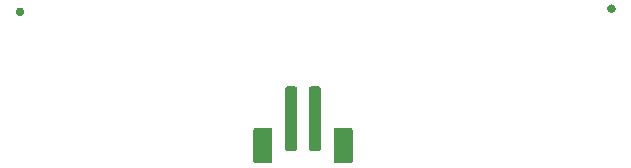
<source format=gbr>
G04 #@! TF.GenerationSoftware,KiCad,Pcbnew,(5.1.5)-3*
G04 #@! TF.CreationDate,2021-10-24T21:58:38+02:00*
G04 #@! TF.ProjectId,seg2,73656732-2e6b-4696-9361-645f70636258,1*
G04 #@! TF.SameCoordinates,Original*
G04 #@! TF.FileFunction,Soldermask,Bot*
G04 #@! TF.FilePolarity,Negative*
%FSLAX46Y46*%
G04 Gerber Fmt 4.6, Leading zero omitted, Abs format (unit mm)*
G04 Created by KiCad (PCBNEW (5.1.5)-3) date 2021-10-24 21:58:38*
%MOMM*%
%LPD*%
G04 APERTURE LIST*
%ADD10C,0.152400*%
G04 APERTURE END LIST*
D10*
G36*
X144526834Y-88154374D02*
G01*
X144567139Y-88166599D01*
X144604275Y-88186449D01*
X144636832Y-88213168D01*
X144663551Y-88245725D01*
X144683401Y-88282861D01*
X144695626Y-88323166D01*
X144700000Y-88367568D01*
X144700000Y-90932432D01*
X144695626Y-90976834D01*
X144683401Y-91017139D01*
X144663551Y-91054275D01*
X144636832Y-91086832D01*
X144604275Y-91113551D01*
X144567139Y-91133401D01*
X144526834Y-91145626D01*
X144482432Y-91150000D01*
X143317568Y-91150000D01*
X143273166Y-91145626D01*
X143232861Y-91133401D01*
X143195725Y-91113551D01*
X143163168Y-91086832D01*
X143136449Y-91054275D01*
X143116599Y-91017139D01*
X143104374Y-90976834D01*
X143100000Y-90932432D01*
X143100000Y-88367568D01*
X143104374Y-88323166D01*
X143116599Y-88282861D01*
X143136449Y-88245725D01*
X143163168Y-88213168D01*
X143195725Y-88186449D01*
X143232861Y-88166599D01*
X143273166Y-88154374D01*
X143317568Y-88150000D01*
X144482432Y-88150000D01*
X144526834Y-88154374D01*
G37*
G36*
X137726834Y-88154374D02*
G01*
X137767139Y-88166599D01*
X137804275Y-88186449D01*
X137836832Y-88213168D01*
X137863551Y-88245725D01*
X137883401Y-88282861D01*
X137895626Y-88323166D01*
X137900000Y-88367568D01*
X137900000Y-90932432D01*
X137895626Y-90976834D01*
X137883401Y-91017139D01*
X137863551Y-91054275D01*
X137836832Y-91086832D01*
X137804275Y-91113551D01*
X137767139Y-91133401D01*
X137726834Y-91145626D01*
X137682432Y-91150000D01*
X136517568Y-91150000D01*
X136473166Y-91145626D01*
X136432861Y-91133401D01*
X136395725Y-91113551D01*
X136363168Y-91086832D01*
X136336449Y-91054275D01*
X136316599Y-91017139D01*
X136304374Y-90976834D01*
X136300000Y-90932432D01*
X136300000Y-88367568D01*
X136304374Y-88323166D01*
X136316599Y-88282861D01*
X136336449Y-88245725D01*
X136363168Y-88213168D01*
X136395725Y-88186449D01*
X136432861Y-88166599D01*
X136473166Y-88154374D01*
X136517568Y-88150000D01*
X137682432Y-88150000D01*
X137726834Y-88154374D01*
G37*
G36*
X141819166Y-84654556D02*
G01*
X141861258Y-84667325D01*
X141900043Y-84688056D01*
X141934043Y-84715957D01*
X141961944Y-84749957D01*
X141982675Y-84788742D01*
X141995444Y-84830834D01*
X142000000Y-84877092D01*
X142000000Y-89922908D01*
X141995444Y-89969166D01*
X141982675Y-90011258D01*
X141961944Y-90050043D01*
X141934043Y-90084043D01*
X141900043Y-90111944D01*
X141861258Y-90132675D01*
X141819166Y-90145444D01*
X141772908Y-90150000D01*
X141227092Y-90150000D01*
X141180834Y-90145444D01*
X141138742Y-90132675D01*
X141099957Y-90111944D01*
X141065957Y-90084043D01*
X141038056Y-90050043D01*
X141017325Y-90011258D01*
X141004556Y-89969166D01*
X141000000Y-89922908D01*
X141000000Y-84877092D01*
X141004556Y-84830834D01*
X141017325Y-84788742D01*
X141038056Y-84749957D01*
X141065957Y-84715957D01*
X141099957Y-84688056D01*
X141138742Y-84667325D01*
X141180834Y-84654556D01*
X141227092Y-84650000D01*
X141772908Y-84650000D01*
X141819166Y-84654556D01*
G37*
G36*
X139819166Y-84654556D02*
G01*
X139861258Y-84667325D01*
X139900043Y-84688056D01*
X139934043Y-84715957D01*
X139961944Y-84749957D01*
X139982675Y-84788742D01*
X139995444Y-84830834D01*
X140000000Y-84877092D01*
X140000000Y-89922908D01*
X139995444Y-89969166D01*
X139982675Y-90011258D01*
X139961944Y-90050043D01*
X139934043Y-90084043D01*
X139900043Y-90111944D01*
X139861258Y-90132675D01*
X139819166Y-90145444D01*
X139772908Y-90150000D01*
X139227092Y-90150000D01*
X139180834Y-90145444D01*
X139138742Y-90132675D01*
X139099957Y-90111944D01*
X139065957Y-90084043D01*
X139038056Y-90050043D01*
X139017325Y-90011258D01*
X139004556Y-89969166D01*
X139000000Y-89922908D01*
X139000000Y-84877092D01*
X139004556Y-84830834D01*
X139017325Y-84788742D01*
X139038056Y-84749957D01*
X139065957Y-84715957D01*
X139099957Y-84688056D01*
X139138742Y-84667325D01*
X139180834Y-84654556D01*
X139227092Y-84650000D01*
X139772908Y-84650000D01*
X139819166Y-84654556D01*
G37*
G36*
X116648313Y-77982411D02*
G01*
X116712009Y-78008795D01*
X116769334Y-78047098D01*
X116818085Y-78095849D01*
X116856388Y-78153174D01*
X116882772Y-78216870D01*
X116896222Y-78284489D01*
X116896222Y-78353433D01*
X116882772Y-78421052D01*
X116856388Y-78484748D01*
X116818085Y-78542073D01*
X116769334Y-78590824D01*
X116712009Y-78629127D01*
X116648313Y-78655511D01*
X116580694Y-78668961D01*
X116511750Y-78668961D01*
X116444131Y-78655511D01*
X116380435Y-78629127D01*
X116323110Y-78590824D01*
X116274359Y-78542073D01*
X116236056Y-78484748D01*
X116209672Y-78421052D01*
X116196222Y-78353433D01*
X116196222Y-78284489D01*
X116209672Y-78216870D01*
X116236056Y-78153174D01*
X116274359Y-78095849D01*
X116323110Y-78047098D01*
X116380435Y-78008795D01*
X116444131Y-77982411D01*
X116511750Y-77968961D01*
X116580694Y-77968961D01*
X116648313Y-77982411D01*
G37*
G36*
X166712138Y-77726440D02*
G01*
X166775834Y-77752824D01*
X166833159Y-77791127D01*
X166881910Y-77839878D01*
X166920213Y-77897203D01*
X166946597Y-77960899D01*
X166960047Y-78028518D01*
X166960047Y-78097462D01*
X166946597Y-78165081D01*
X166920213Y-78228777D01*
X166881910Y-78286102D01*
X166833159Y-78334853D01*
X166775834Y-78373156D01*
X166712138Y-78399540D01*
X166644519Y-78412990D01*
X166575575Y-78412990D01*
X166507956Y-78399540D01*
X166444260Y-78373156D01*
X166386935Y-78334853D01*
X166338184Y-78286102D01*
X166299881Y-78228777D01*
X166273497Y-78165081D01*
X166260047Y-78097462D01*
X166260047Y-78028518D01*
X166273497Y-77960899D01*
X166299881Y-77897203D01*
X166338184Y-77839878D01*
X166386935Y-77791127D01*
X166444260Y-77752824D01*
X166507956Y-77726440D01*
X166575575Y-77712990D01*
X166644519Y-77712990D01*
X166712138Y-77726440D01*
G37*
M02*

</source>
